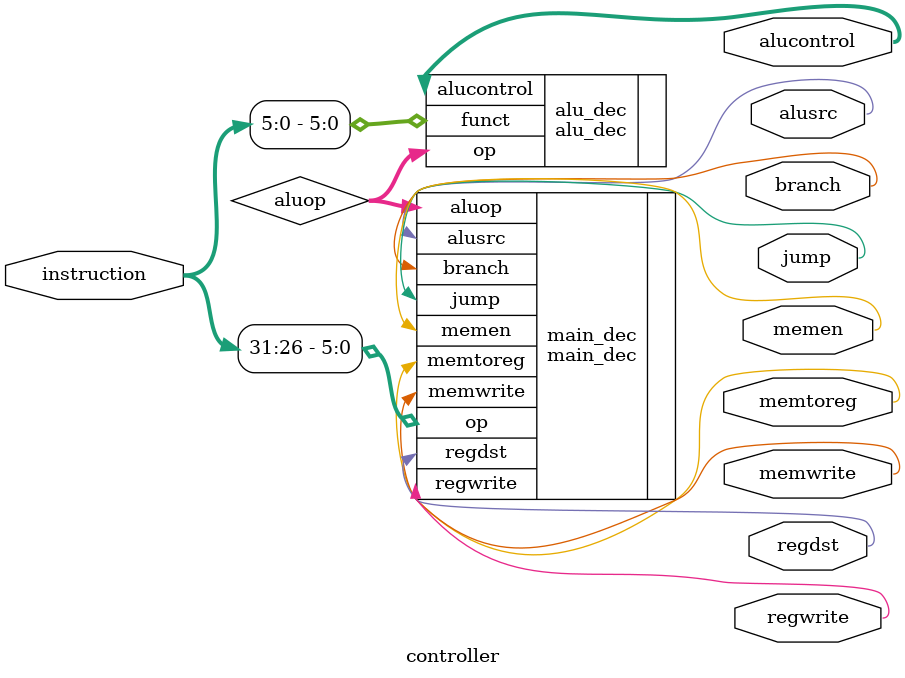
<source format=v>
module controller(
    input wire [31:0] instruction,
    output wire jump,
    output wire branch,
    output wire alusrc,
    output wire memwrite,
    output wire memtoreg,
    output wire regwrite,
    output wire regdst,
    output wire memen,
    output wire [2:0] alucontrol
    );
wire [1:0] aluop;
main_dec main_dec(
    .op(instruction[31:26]),
    .jump(jump),
    .branch(branch),
    .alusrc(alusrc),
    .memwrite(memwrite),
    .memtoreg(memtoreg),
    .regwrite(regwrite),
    .regdst(regdst),
    .memen(memen),
    .aluop(aluop)
);
alu_dec alu_dec(
    .funct(instruction[5:0]),
    .op(aluop),
    .alucontrol(alucontrol)
);
endmodule

</source>
